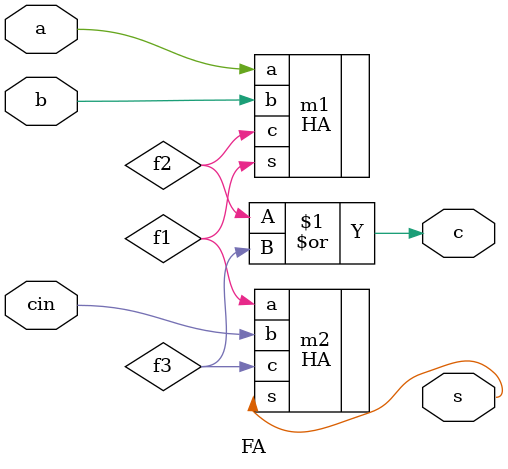
<source format=v>
`timescale 1ns / 1ps


module FA(
    input a,b,cin,
    output s,c
    );
    
    wire f1,f2,f3;
    HA m1(.a(a),.b(b),.s(f1),.c(f2));
    HA m2(.a(f1),.b(cin),.s(s),.c(f3));
    or r1(c,f2,f3);
endmodule

</source>
